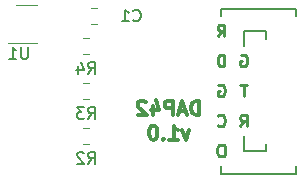
<source format=gbr>
G04 #@! TF.GenerationSoftware,KiCad,Pcbnew,5.0.2-bee76a0~70~ubuntu16.04.1*
G04 #@! TF.CreationDate,2019-07-30T14:22:58+02:00*
G04 #@! TF.ProjectId,hw-DAP42,68772d44-4150-4343-922e-6b696361645f,rev?*
G04 #@! TF.SameCoordinates,Original*
G04 #@! TF.FileFunction,Legend,Bot*
G04 #@! TF.FilePolarity,Positive*
%FSLAX46Y46*%
G04 Gerber Fmt 4.6, Leading zero omitted, Abs format (unit mm)*
G04 Created by KiCad (PCBNEW 5.0.2-bee76a0~70~ubuntu16.04.1) date Tue 30 Jul 2019 02:22:58 PM CEST*
%MOMM*%
%LPD*%
G01*
G04 APERTURE LIST*
%ADD10C,0.200000*%
%ADD11C,0.300000*%
%ADD12C,0.250000*%
%ADD13C,0.120000*%
%ADD14C,0.150000*%
G04 APERTURE END LIST*
D10*
X160655000Y-93980000D02*
X160655000Y-92710000D01*
X162560000Y-93980000D02*
X160655000Y-93980000D01*
X162560000Y-93345000D02*
X162560000Y-93980000D01*
X160655000Y-83820000D02*
X160655000Y-85090000D01*
X162560000Y-83820000D02*
X160655000Y-83820000D01*
X162560000Y-84455000D02*
X162560000Y-83820000D01*
X165100000Y-95885000D02*
X165100000Y-95250000D01*
X158750000Y-95885000D02*
X165100000Y-95885000D01*
X158750000Y-95250000D02*
X158750000Y-95885000D01*
X165100000Y-81915000D02*
X165100000Y-82550000D01*
X158750000Y-81915000D02*
X165100000Y-81915000D01*
X158750000Y-82550000D02*
X158750000Y-81915000D01*
D11*
X156876428Y-90932857D02*
X156876428Y-89732857D01*
X156590714Y-89732857D01*
X156419285Y-89790000D01*
X156305000Y-89904285D01*
X156247857Y-90018571D01*
X156190714Y-90247142D01*
X156190714Y-90418571D01*
X156247857Y-90647142D01*
X156305000Y-90761428D01*
X156419285Y-90875714D01*
X156590714Y-90932857D01*
X156876428Y-90932857D01*
X155733571Y-90590000D02*
X155162142Y-90590000D01*
X155847857Y-90932857D02*
X155447857Y-89732857D01*
X155047857Y-90932857D01*
X154647857Y-90932857D02*
X154647857Y-89732857D01*
X154190714Y-89732857D01*
X154076428Y-89790000D01*
X154019285Y-89847142D01*
X153962142Y-89961428D01*
X153962142Y-90132857D01*
X154019285Y-90247142D01*
X154076428Y-90304285D01*
X154190714Y-90361428D01*
X154647857Y-90361428D01*
X152933571Y-90132857D02*
X152933571Y-90932857D01*
X153219285Y-89675714D02*
X153505000Y-90532857D01*
X152762142Y-90532857D01*
X152362142Y-89847142D02*
X152305000Y-89790000D01*
X152190714Y-89732857D01*
X151905000Y-89732857D01*
X151790714Y-89790000D01*
X151733571Y-89847142D01*
X151676428Y-89961428D01*
X151676428Y-90075714D01*
X151733571Y-90247142D01*
X152419285Y-90932857D01*
X151676428Y-90932857D01*
X156019285Y-92232857D02*
X155733571Y-93032857D01*
X155447857Y-92232857D01*
X154362142Y-93032857D02*
X155047857Y-93032857D01*
X154705000Y-93032857D02*
X154705000Y-91832857D01*
X154819285Y-92004285D01*
X154933571Y-92118571D01*
X155047857Y-92175714D01*
X153847857Y-92918571D02*
X153790714Y-92975714D01*
X153847857Y-93032857D01*
X153905000Y-92975714D01*
X153847857Y-92918571D01*
X153847857Y-93032857D01*
X153047857Y-91832857D02*
X152933571Y-91832857D01*
X152819285Y-91890000D01*
X152762142Y-91947142D01*
X152705000Y-92061428D01*
X152647857Y-92290000D01*
X152647857Y-92575714D01*
X152705000Y-92804285D01*
X152762142Y-92918571D01*
X152819285Y-92975714D01*
X152933571Y-93032857D01*
X153047857Y-93032857D01*
X153162142Y-92975714D01*
X153219285Y-92918571D01*
X153276428Y-92804285D01*
X153333571Y-92575714D01*
X153333571Y-92290000D01*
X153276428Y-92061428D01*
X153219285Y-91947142D01*
X153162142Y-91890000D01*
X153047857Y-91832857D01*
D12*
X160345476Y-91892380D02*
X160678809Y-91416190D01*
X160916904Y-91892380D02*
X160916904Y-90892380D01*
X160535952Y-90892380D01*
X160440714Y-90940000D01*
X160393095Y-90987619D01*
X160345476Y-91082857D01*
X160345476Y-91225714D01*
X160393095Y-91320952D01*
X160440714Y-91368571D01*
X160535952Y-91416190D01*
X160916904Y-91416190D01*
X160940714Y-88352380D02*
X160369285Y-88352380D01*
X160655000Y-89352380D02*
X160655000Y-88352380D01*
X160393095Y-85860000D02*
X160488333Y-85812380D01*
X160631190Y-85812380D01*
X160774047Y-85860000D01*
X160869285Y-85955238D01*
X160916904Y-86050476D01*
X160964523Y-86240952D01*
X160964523Y-86383809D01*
X160916904Y-86574285D01*
X160869285Y-86669523D01*
X160774047Y-86764761D01*
X160631190Y-86812380D01*
X160535952Y-86812380D01*
X160393095Y-86764761D01*
X160345476Y-86717142D01*
X160345476Y-86383809D01*
X160535952Y-86383809D01*
X158845238Y-93432380D02*
X158654761Y-93432380D01*
X158559523Y-93480000D01*
X158464285Y-93575238D01*
X158416666Y-93765714D01*
X158416666Y-94099047D01*
X158464285Y-94289523D01*
X158559523Y-94384761D01*
X158654761Y-94432380D01*
X158845238Y-94432380D01*
X158940476Y-94384761D01*
X159035714Y-94289523D01*
X159083333Y-94099047D01*
X159083333Y-93765714D01*
X159035714Y-93575238D01*
X158940476Y-93480000D01*
X158845238Y-93432380D01*
X158440476Y-91797142D02*
X158488095Y-91844761D01*
X158630952Y-91892380D01*
X158726190Y-91892380D01*
X158869047Y-91844761D01*
X158964285Y-91749523D01*
X159011904Y-91654285D01*
X159059523Y-91463809D01*
X159059523Y-91320952D01*
X159011904Y-91130476D01*
X158964285Y-91035238D01*
X158869047Y-90940000D01*
X158726190Y-90892380D01*
X158630952Y-90892380D01*
X158488095Y-90940000D01*
X158440476Y-90987619D01*
X158488095Y-88400000D02*
X158583333Y-88352380D01*
X158726190Y-88352380D01*
X158869047Y-88400000D01*
X158964285Y-88495238D01*
X159011904Y-88590476D01*
X159059523Y-88780952D01*
X159059523Y-88923809D01*
X159011904Y-89114285D01*
X158964285Y-89209523D01*
X158869047Y-89304761D01*
X158726190Y-89352380D01*
X158630952Y-89352380D01*
X158488095Y-89304761D01*
X158440476Y-89257142D01*
X158440476Y-88923809D01*
X158630952Y-88923809D01*
X159011904Y-86812380D02*
X159011904Y-85812380D01*
X158773809Y-85812380D01*
X158630952Y-85860000D01*
X158535714Y-85955238D01*
X158488095Y-86050476D01*
X158440476Y-86240952D01*
X158440476Y-86383809D01*
X158488095Y-86574285D01*
X158535714Y-86669523D01*
X158630952Y-86764761D01*
X158773809Y-86812380D01*
X159011904Y-86812380D01*
X158440476Y-84272380D02*
X158773809Y-83796190D01*
X159011904Y-84272380D02*
X159011904Y-83272380D01*
X158630952Y-83272380D01*
X158535714Y-83320000D01*
X158488095Y-83367619D01*
X158440476Y-83462857D01*
X158440476Y-83605714D01*
X158488095Y-83700952D01*
X158535714Y-83748571D01*
X158630952Y-83796190D01*
X159011904Y-83796190D01*
D13*
G04 #@! TO.C,C1*
X148213578Y-81840000D02*
X147696422Y-81840000D01*
X148213578Y-83260000D02*
X147696422Y-83260000D01*
G04 #@! TO.C,R2*
X147061422Y-92000000D02*
X147578578Y-92000000D01*
X147061422Y-93420000D02*
X147578578Y-93420000D01*
G04 #@! TO.C,R3*
X147061422Y-88190000D02*
X147578578Y-88190000D01*
X147061422Y-89610000D02*
X147578578Y-89610000D01*
G04 #@! TO.C,R4*
X147061422Y-85800000D02*
X147578578Y-85800000D01*
X147061422Y-84380000D02*
X147578578Y-84380000D01*
G04 #@! TO.C,U1*
X141340000Y-81575000D02*
X143140000Y-81575000D01*
X143140000Y-84795000D02*
X140690000Y-84795000D01*
G04 #@! TO.C,C1*
D14*
X151296666Y-82907142D02*
X151344285Y-82954761D01*
X151487142Y-83002380D01*
X151582380Y-83002380D01*
X151725238Y-82954761D01*
X151820476Y-82859523D01*
X151868095Y-82764285D01*
X151915714Y-82573809D01*
X151915714Y-82430952D01*
X151868095Y-82240476D01*
X151820476Y-82145238D01*
X151725238Y-82050000D01*
X151582380Y-82002380D01*
X151487142Y-82002380D01*
X151344285Y-82050000D01*
X151296666Y-82097619D01*
X150344285Y-83002380D02*
X150915714Y-83002380D01*
X150630000Y-83002380D02*
X150630000Y-82002380D01*
X150725238Y-82145238D01*
X150820476Y-82240476D01*
X150915714Y-82288095D01*
G04 #@! TO.C,R2*
X147486666Y-95067380D02*
X147820000Y-94591190D01*
X148058095Y-95067380D02*
X148058095Y-94067380D01*
X147677142Y-94067380D01*
X147581904Y-94115000D01*
X147534285Y-94162619D01*
X147486666Y-94257857D01*
X147486666Y-94400714D01*
X147534285Y-94495952D01*
X147581904Y-94543571D01*
X147677142Y-94591190D01*
X148058095Y-94591190D01*
X147105714Y-94162619D02*
X147058095Y-94115000D01*
X146962857Y-94067380D01*
X146724761Y-94067380D01*
X146629523Y-94115000D01*
X146581904Y-94162619D01*
X146534285Y-94257857D01*
X146534285Y-94353095D01*
X146581904Y-94495952D01*
X147153333Y-95067380D01*
X146534285Y-95067380D01*
G04 #@! TO.C,R3*
X147486666Y-91257380D02*
X147820000Y-90781190D01*
X148058095Y-91257380D02*
X148058095Y-90257380D01*
X147677142Y-90257380D01*
X147581904Y-90305000D01*
X147534285Y-90352619D01*
X147486666Y-90447857D01*
X147486666Y-90590714D01*
X147534285Y-90685952D01*
X147581904Y-90733571D01*
X147677142Y-90781190D01*
X148058095Y-90781190D01*
X147153333Y-90257380D02*
X146534285Y-90257380D01*
X146867619Y-90638333D01*
X146724761Y-90638333D01*
X146629523Y-90685952D01*
X146581904Y-90733571D01*
X146534285Y-90828809D01*
X146534285Y-91066904D01*
X146581904Y-91162142D01*
X146629523Y-91209761D01*
X146724761Y-91257380D01*
X147010476Y-91257380D01*
X147105714Y-91209761D01*
X147153333Y-91162142D01*
G04 #@! TO.C,R4*
X147486666Y-87447380D02*
X147820000Y-86971190D01*
X148058095Y-87447380D02*
X148058095Y-86447380D01*
X147677142Y-86447380D01*
X147581904Y-86495000D01*
X147534285Y-86542619D01*
X147486666Y-86637857D01*
X147486666Y-86780714D01*
X147534285Y-86875952D01*
X147581904Y-86923571D01*
X147677142Y-86971190D01*
X148058095Y-86971190D01*
X146629523Y-86780714D02*
X146629523Y-87447380D01*
X146867619Y-86399761D02*
X147105714Y-87114047D01*
X146486666Y-87114047D01*
G04 #@! TO.C,U1*
X142366904Y-85177380D02*
X142366904Y-85986904D01*
X142319285Y-86082142D01*
X142271666Y-86129761D01*
X142176428Y-86177380D01*
X141985952Y-86177380D01*
X141890714Y-86129761D01*
X141843095Y-86082142D01*
X141795476Y-85986904D01*
X141795476Y-85177380D01*
X140795476Y-86177380D02*
X141366904Y-86177380D01*
X141081190Y-86177380D02*
X141081190Y-85177380D01*
X141176428Y-85320238D01*
X141271666Y-85415476D01*
X141366904Y-85463095D01*
G04 #@! TD*
M02*

</source>
